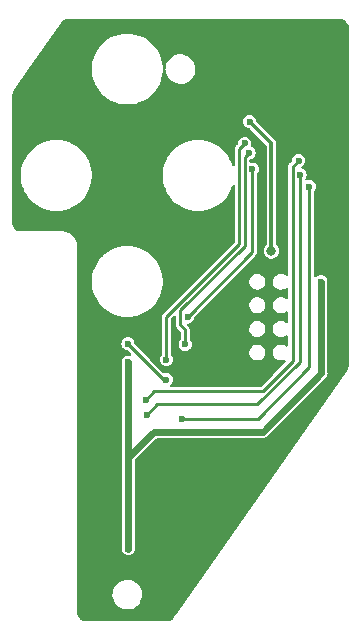
<source format=gbr>
%TF.GenerationSoftware,KiCad,Pcbnew,6.99.0-1.20221101gitf80c150.fc36*%
%TF.CreationDate,2022-11-27T20:33:08+00:00*%
%TF.ProjectId,bugg-led-r4,62756767-2d6c-4656-942d-72342e6b6963,rev?*%
%TF.SameCoordinates,Original*%
%TF.FileFunction,Copper,L1,Top*%
%TF.FilePolarity,Positive*%
%FSLAX46Y46*%
G04 Gerber Fmt 4.6, Leading zero omitted, Abs format (unit mm)*
G04 Created by KiCad (PCBNEW 6.99.0-1.20221101gitf80c150.fc36) date 2022-11-27 20:33:08*
%MOMM*%
%LPD*%
G01*
G04 APERTURE LIST*
%TA.AperFunction,ViaPad*%
%ADD10C,0.800000*%
%TD*%
%TA.AperFunction,ViaPad*%
%ADD11C,0.600000*%
%TD*%
%TA.AperFunction,Conductor*%
%ADD12C,0.300000*%
%TD*%
%TA.AperFunction,Conductor*%
%ADD13C,0.250000*%
%TD*%
%TA.AperFunction,Conductor*%
%ADD14C,0.600000*%
%TD*%
G04 APERTURE END LIST*
D10*
%TO.N,GND*%
X9525000Y3775000D03*
X16200000Y-5100000D03*
X16200000Y-4300000D03*
X13900000Y3525000D03*
X8925000Y-16175000D03*
D11*
%TO.N,+3V3*%
X10350000Y4550000D03*
D10*
X12200000Y-6400000D03*
D11*
%TO.N,Net-(LED201-GK)*%
X50000Y-14250000D03*
X3300000Y-17300000D03*
%TO.N,/LED1_B*%
X10600000Y550000D03*
X5125010Y-11974398D03*
%TO.N,/LED1_G*%
X4900000Y-14300000D03*
X10300000Y1900000D03*
%TO.N,/LED1_R*%
X9950000Y2700000D03*
X3300000Y-15600000D03*
%TO.N,/LED2_B*%
X15425010Y-950000D03*
X4650000Y-20600000D03*
%TO.N,/LED2_G*%
X14625010Y50000D03*
X1650000Y-20250000D03*
%TO.N,/LED2_R*%
X14500000Y1250000D03*
X1600000Y-19000000D03*
%TO.N,+5V*%
X100000Y-23850000D03*
X100000Y-15800000D03*
X100000Y-31600000D03*
X16400000Y-9000000D03*
%TD*%
D12*
%TO.N,+3V3*%
X12200000Y2700000D02*
X10350000Y4550000D01*
X12200000Y-6400000D02*
X12200000Y2700000D01*
D13*
%TO.N,Net-(LED201-GK)*%
X50000Y-14250000D02*
X3100000Y-17300000D01*
X3100000Y-17300000D02*
X3300000Y-17300000D01*
%TO.N,/LED1_B*%
X10600000Y-6499408D02*
X5125010Y-11974398D01*
X10600000Y550000D02*
X10600000Y-6499408D01*
%TO.N,/LED1_G*%
X4900000Y-14300000D02*
X4900000Y-13050000D01*
X4500000Y-11436411D02*
X9950011Y-5986400D01*
X4900000Y-13050000D02*
X4500000Y-12650000D01*
X4500000Y-12650000D02*
X4500000Y-11436411D01*
X9950011Y1550011D02*
X10300000Y1900000D01*
X9950011Y-5986400D02*
X9950011Y1550011D01*
%TO.N,/LED1_R*%
X9500000Y-5800000D02*
X3300000Y-12000000D01*
X9950000Y2700000D02*
X9500000Y2250000D01*
X3300000Y-12000000D02*
X3300000Y-15600000D01*
X9500000Y2250000D02*
X9500000Y-5800000D01*
%TO.N,/LED2_B*%
X11050000Y-20600000D02*
X15425010Y-16224990D01*
X15425010Y-16224990D02*
X15425010Y-950000D01*
X4650000Y-20600000D02*
X11050000Y-20600000D01*
%TO.N,/LED2_G*%
X2500000Y-19400000D02*
X10986410Y-19400000D01*
X10986410Y-19400000D02*
X14625010Y-15761400D01*
X14625010Y-15761400D02*
X14625010Y50000D01*
X1650000Y-20250000D02*
X2500000Y-19400000D01*
%TO.N,/LED2_R*%
X1600000Y-19000000D02*
X2300000Y-18300000D01*
X14000000Y-15750000D02*
X14000000Y750000D01*
X14000000Y750000D02*
X14500000Y1250000D01*
X11450000Y-18300000D02*
X14000000Y-15750000D01*
X2300000Y-18300000D02*
X11450000Y-18300000D01*
D14*
%TO.N,+5V*%
X16400000Y-16750000D02*
X16400000Y-9000000D01*
X2250000Y-21700000D02*
X11450000Y-21700000D01*
X100000Y-23850000D02*
X2250000Y-21700000D01*
X100000Y-31600000D02*
X100000Y-23850000D01*
X11450000Y-21700000D02*
X16400000Y-16750000D01*
X100000Y-23850000D02*
X100000Y-15800000D01*
%TD*%
%TA.AperFunction,Conductor*%
%TO.N,GND*%
G36*
X17955364Y13249499D02*
G01*
X17955568Y13249425D01*
X17956201Y13249426D01*
X17956202Y13249426D01*
X17961349Y13249435D01*
X17993545Y13249489D01*
X18005902Y13248901D01*
X18133661Y13236514D01*
X18157931Y13231720D01*
X18274841Y13196407D01*
X18297708Y13186962D01*
X18405453Y13129488D01*
X18426035Y13115756D01*
X18520475Y13038332D01*
X18537975Y13020844D01*
X18615465Y12926455D01*
X18629210Y12905886D01*
X18686760Y12798175D01*
X18696221Y12775313D01*
X18731612Y12658435D01*
X18736422Y12634165D01*
X18748897Y12506418D01*
X18749494Y12494050D01*
X18749456Y12456081D01*
X18749500Y12455961D01*
X18749500Y-16056015D01*
X18749129Y-16065682D01*
X18741583Y-16163747D01*
X18738650Y-16182744D01*
X18717019Y-16275334D01*
X18711231Y-16293666D01*
X18675764Y-16381894D01*
X18667255Y-16399130D01*
X18622876Y-16474023D01*
X18616311Y-16485101D01*
X18611099Y-16493176D01*
X18588515Y-16525401D01*
X18588502Y-16525451D01*
X18588498Y-16525457D01*
X7652257Y-32144077D01*
X4256447Y-36993813D01*
X3976774Y-37393228D01*
X3976476Y-37393583D01*
X3976289Y-37393714D01*
X3975902Y-37394267D01*
X3954426Y-37424936D01*
X3947026Y-37434492D01*
X3865523Y-37529920D01*
X3848153Y-37546695D01*
X3754702Y-37621030D01*
X3734448Y-37634183D01*
X3628525Y-37689322D01*
X3606133Y-37698369D01*
X3548889Y-37715326D01*
X3491643Y-37732283D01*
X3467936Y-37736892D01*
X3364068Y-37746893D01*
X3343013Y-37748920D01*
X3330937Y-37749500D01*
X-3493813Y-37749500D01*
X-3506163Y-37748893D01*
X-3512788Y-37748241D01*
X-3633869Y-37736315D01*
X-3658089Y-37731499D01*
X-3774952Y-37696049D01*
X-3797766Y-37686598D01*
X-3905461Y-37629034D01*
X-3925988Y-37615318D01*
X-4020391Y-37537844D01*
X-4037844Y-37520391D01*
X-4115318Y-37425988D01*
X-4129036Y-37405458D01*
X-4135017Y-37394267D01*
X-4186598Y-37297766D01*
X-4196050Y-37274949D01*
X-4231498Y-37158092D01*
X-4236316Y-37133866D01*
X-4248893Y-37006163D01*
X-4249500Y-36993813D01*
X-4249500Y-35556330D01*
X-1254290Y-35556330D01*
X-1224075Y-35779387D01*
X-1154517Y-35993464D01*
X-1047852Y-36191681D01*
X-1044330Y-36196097D01*
X-1044327Y-36196102D01*
X-978932Y-36278103D01*
X-907508Y-36367666D01*
X-903255Y-36371381D01*
X-903251Y-36371386D01*
X-742899Y-36511481D01*
X-737996Y-36515765D01*
X-544764Y-36631215D01*
X-334024Y-36710307D01*
X-328459Y-36711317D01*
X-328455Y-36711318D01*
X-118118Y-36749489D01*
X-112547Y-36750500D01*
X56155Y-36750500D01*
X224188Y-36735377D01*
X229642Y-36733872D01*
X229646Y-36733871D01*
X435710Y-36677000D01*
X435711Y-36677000D01*
X441170Y-36675493D01*
X643973Y-36577829D01*
X826078Y-36445522D01*
X981632Y-36282825D01*
X1038877Y-36196102D01*
X1102515Y-36099695D01*
X1102516Y-36099693D01*
X1105635Y-36094968D01*
X1194103Y-35887988D01*
X1244191Y-35668537D01*
X1254290Y-35443670D01*
X1224075Y-35220613D01*
X1154517Y-35006536D01*
X1047852Y-34808319D01*
X1044330Y-34803903D01*
X1044327Y-34803898D01*
X971906Y-34713086D01*
X907508Y-34632334D01*
X903255Y-34628619D01*
X903251Y-34628614D01*
X742255Y-34487956D01*
X737996Y-34484235D01*
X544764Y-34368785D01*
X334024Y-34289693D01*
X328459Y-34288683D01*
X328455Y-34288682D01*
X118118Y-34250511D01*
X112547Y-34249500D01*
X-56155Y-34249500D01*
X-224188Y-34264623D01*
X-229642Y-34266128D01*
X-229646Y-34266129D01*
X-435710Y-34323000D01*
X-441170Y-34324507D01*
X-643973Y-34422171D01*
X-826078Y-34554478D01*
X-981632Y-34717175D01*
X-984749Y-34721897D01*
X-1041795Y-34808319D01*
X-1105635Y-34905032D01*
X-1194103Y-35112012D01*
X-1244191Y-35331463D01*
X-1254290Y-35556330D01*
X-4249500Y-35556330D01*
X-4249500Y-14250000D01*
X-505250Y-14250000D01*
X-486330Y-14393709D01*
X-430861Y-14527625D01*
X-342621Y-14642621D01*
X-227625Y-14730861D01*
X-93709Y-14786330D01*
X35480Y-14803338D01*
X100406Y-14832060D01*
X108128Y-14839165D01*
X310061Y-15041098D01*
X344087Y-15103410D01*
X339022Y-15174225D01*
X296475Y-15231061D01*
X229955Y-15255872D01*
X212369Y-15255899D01*
X184881Y-15254019D01*
X158681Y-15252226D01*
X150837Y-15251442D01*
X108190Y-15245828D01*
X108189Y-15245828D01*
X100000Y-15244750D01*
X91813Y-15245828D01*
X83552Y-15245828D01*
X83552Y-15245750D01*
X72143Y-15246107D01*
X70678Y-15246207D01*
X62079Y-15245619D01*
X12476Y-15255927D01*
X3309Y-15257480D01*
X-4780Y-15258545D01*
X-43709Y-15263670D01*
X-51346Y-15266833D01*
X-51345Y-15266833D01*
X-51798Y-15267020D01*
X-74370Y-15273973D01*
X-77646Y-15274654D01*
X-77648Y-15274655D01*
X-86085Y-15276408D01*
X-93733Y-15280371D01*
X-93736Y-15280372D01*
X-127623Y-15297931D01*
X-137373Y-15302466D01*
X-147408Y-15306623D01*
X-177625Y-15319139D01*
X-184179Y-15324168D01*
X-187652Y-15326833D01*
X-206383Y-15338742D01*
X-220447Y-15346029D01*
X-226746Y-15351912D01*
X-226749Y-15351914D01*
X-251814Y-15375324D01*
X-261112Y-15383201D01*
X-286046Y-15402334D01*
X-292621Y-15407379D01*
X-297649Y-15413932D01*
X-302677Y-15420484D01*
X-316638Y-15435866D01*
X-331044Y-15449320D01*
X-335522Y-15456684D01*
X-351338Y-15482691D01*
X-359031Y-15493925D01*
X-380861Y-15522375D01*
X-388667Y-15541221D01*
X-397410Y-15558455D01*
X-409672Y-15578618D01*
X-411996Y-15586912D01*
X-411998Y-15586917D01*
X-419169Y-15612510D01*
X-424086Y-15626730D01*
X-430684Y-15642661D01*
X-436330Y-15656291D01*
X-437408Y-15664480D01*
X-439497Y-15680345D01*
X-443091Y-15697890D01*
X-450500Y-15724335D01*
X-450500Y-15755662D01*
X-451578Y-15772109D01*
X-455250Y-15800000D01*
X-454172Y-15808188D01*
X-451578Y-15827891D01*
X-450500Y-15844338D01*
X-450500Y-23805662D01*
X-451578Y-23822109D01*
X-455250Y-23850000D01*
X-454436Y-23856182D01*
X-454543Y-23858265D01*
X-454470Y-23860396D01*
X-455352Y-23868972D01*
X-453887Y-23877469D01*
X-453887Y-23877470D01*
X-452332Y-23886489D01*
X-450500Y-23907897D01*
X-450500Y-31555662D01*
X-451578Y-31572109D01*
X-455250Y-31600000D01*
X-454172Y-31608188D01*
X-454172Y-31608189D01*
X-450628Y-31635109D01*
X-450500Y-31636390D01*
X-450500Y-31637658D01*
X-450035Y-31641039D01*
X-450033Y-31641062D01*
X-445607Y-31673263D01*
X-445518Y-31673921D01*
X-444195Y-31683968D01*
X-437408Y-31735520D01*
X-436330Y-31743709D01*
X-435722Y-31745177D01*
X-435070Y-31749920D01*
X-431639Y-31757820D01*
X-431636Y-31757829D01*
X-407206Y-31814071D01*
X-406372Y-31816036D01*
X-380861Y-31877625D01*
X-377953Y-31881414D01*
X-374780Y-31888720D01*
X-369340Y-31895407D01*
X-369338Y-31895410D01*
X-333101Y-31939952D01*
X-330879Y-31942763D01*
X-297649Y-31986068D01*
X-292621Y-31992621D01*
X-287672Y-31996418D01*
X-286269Y-31997973D01*
X-284717Y-31999422D01*
X-279278Y-32006108D01*
X-272237Y-32011078D01*
X-228455Y-32041983D01*
X-224413Y-32044959D01*
X-177625Y-32080861D01*
X-169990Y-32084023D01*
X-168960Y-32084618D01*
X-164525Y-32087455D01*
X-162687Y-32088407D01*
X-155647Y-32093377D01*
X-147531Y-32096261D01*
X-147530Y-32096262D01*
X-100650Y-32112923D01*
X-94630Y-32115238D01*
X-43709Y-32136330D01*
X-35519Y-32137408D01*
X-27544Y-32139545D01*
X-27620Y-32139829D01*
X-21176Y-32141168D01*
X-13056Y-32144054D01*
X15369Y-32145999D01*
X41318Y-32147774D01*
X49163Y-32148558D01*
X91810Y-32154172D01*
X91811Y-32154172D01*
X100000Y-32155250D01*
X108187Y-32154172D01*
X116448Y-32154172D01*
X116448Y-32154250D01*
X127857Y-32153893D01*
X129322Y-32153793D01*
X137921Y-32154381D01*
X187524Y-32144073D01*
X196691Y-32142520D01*
X204780Y-32141455D01*
X243709Y-32136330D01*
X251444Y-32133126D01*
X251798Y-32132980D01*
X274370Y-32126027D01*
X277646Y-32125346D01*
X277648Y-32125345D01*
X286085Y-32123592D01*
X293733Y-32119629D01*
X293736Y-32119628D01*
X327623Y-32102069D01*
X337373Y-32097534D01*
X361705Y-32087455D01*
X377625Y-32080861D01*
X384182Y-32075830D01*
X387652Y-32073167D01*
X406383Y-32061258D01*
X420447Y-32053971D01*
X426746Y-32048088D01*
X426749Y-32048086D01*
X451814Y-32024676D01*
X461112Y-32016799D01*
X486067Y-31997650D01*
X492621Y-31992621D01*
X502677Y-31979516D01*
X516640Y-31964132D01*
X524746Y-31956562D01*
X531044Y-31950680D01*
X551338Y-31917309D01*
X559031Y-31906075D01*
X575832Y-31884179D01*
X580861Y-31877625D01*
X588667Y-31858779D01*
X597410Y-31841545D01*
X609672Y-31821382D01*
X611996Y-31813088D01*
X611998Y-31813083D01*
X619169Y-31787490D01*
X624086Y-31773270D01*
X633169Y-31751340D01*
X636330Y-31743709D01*
X639497Y-31719655D01*
X643091Y-31702110D01*
X648174Y-31683968D01*
X648174Y-31683966D01*
X650500Y-31675665D01*
X650500Y-31644338D01*
X651578Y-31627891D01*
X654172Y-31608188D01*
X655250Y-31600000D01*
X651578Y-31572109D01*
X650500Y-31555662D01*
X650500Y-24130215D01*
X670502Y-24062094D01*
X687405Y-24041120D01*
X2441119Y-22287405D01*
X2503431Y-22253380D01*
X2530214Y-22250500D01*
X11438439Y-22250500D01*
X11442740Y-22250573D01*
X11466135Y-22251372D01*
X11506826Y-22252762D01*
X11515190Y-22250724D01*
X11515198Y-22250723D01*
X11546645Y-22243059D01*
X11559301Y-22240653D01*
X11599920Y-22235070D01*
X11616221Y-22227989D01*
X11636584Y-22221141D01*
X11645478Y-22218974D01*
X11645480Y-22218973D01*
X11653852Y-22216933D01*
X11689585Y-22196842D01*
X11701127Y-22191109D01*
X11730814Y-22178214D01*
X11730813Y-22178214D01*
X11738720Y-22174780D01*
X11752509Y-22163562D01*
X11770265Y-22151478D01*
X11785759Y-22142766D01*
X11814734Y-22113791D01*
X11824312Y-22105146D01*
X11826218Y-22103595D01*
X11856108Y-22079278D01*
X11866358Y-22064757D01*
X11880201Y-22048324D01*
X16781069Y-17147455D01*
X16784162Y-17144465D01*
X16824745Y-17106563D01*
X16831044Y-17100680D01*
X16835520Y-17093319D01*
X16835526Y-17093312D01*
X16852342Y-17065659D01*
X16859601Y-17054993D01*
X16879151Y-17029213D01*
X16879152Y-17029211D01*
X16884361Y-17022342D01*
X16890880Y-17005809D01*
X16900442Y-16986559D01*
X16905194Y-16978745D01*
X16909672Y-16971382D01*
X16920731Y-16931912D01*
X16924844Y-16919683D01*
X16936715Y-16889580D01*
X16939876Y-16881564D01*
X16941693Y-16863890D01*
X16945704Y-16842781D01*
X16948175Y-16833963D01*
X16950500Y-16825665D01*
X16950500Y-16784680D01*
X16951161Y-16771794D01*
X16954470Y-16739606D01*
X16955352Y-16731028D01*
X16952332Y-16713511D01*
X16950500Y-16692103D01*
X16950500Y-9044338D01*
X16951578Y-9027891D01*
X16954172Y-9008188D01*
X16955250Y-9000000D01*
X16950628Y-8964891D01*
X16950500Y-8963610D01*
X16950500Y-8962342D01*
X16950035Y-8958961D01*
X16950033Y-8958938D01*
X16945607Y-8926737D01*
X16945511Y-8926026D01*
X16945455Y-8925596D01*
X16936330Y-8856291D01*
X16935722Y-8854823D01*
X16935070Y-8850080D01*
X16931639Y-8842180D01*
X16931636Y-8842171D01*
X16907206Y-8785929D01*
X16906365Y-8783948D01*
X16892377Y-8750178D01*
X16880861Y-8722375D01*
X16877953Y-8718586D01*
X16874780Y-8711280D01*
X16869340Y-8704593D01*
X16869338Y-8704590D01*
X16833101Y-8660048D01*
X16830879Y-8657237D01*
X16797649Y-8613931D01*
X16797647Y-8613929D01*
X16792621Y-8607379D01*
X16787672Y-8603582D01*
X16786269Y-8602027D01*
X16784717Y-8600578D01*
X16779278Y-8593892D01*
X16728455Y-8558017D01*
X16724413Y-8555041D01*
X16684181Y-8524170D01*
X16677625Y-8519139D01*
X16669990Y-8515977D01*
X16668960Y-8515382D01*
X16664525Y-8512545D01*
X16662687Y-8511593D01*
X16655647Y-8506623D01*
X16647531Y-8503739D01*
X16647530Y-8503738D01*
X16600650Y-8487077D01*
X16594628Y-8484761D01*
X16587298Y-8481725D01*
X16543709Y-8463670D01*
X16535519Y-8462592D01*
X16527544Y-8460455D01*
X16527620Y-8460171D01*
X16521176Y-8458832D01*
X16513056Y-8455946D01*
X16484631Y-8454001D01*
X16458682Y-8452226D01*
X16450837Y-8451442D01*
X16408190Y-8445828D01*
X16408189Y-8445828D01*
X16400000Y-8444750D01*
X16391813Y-8445828D01*
X16383552Y-8445828D01*
X16383552Y-8445750D01*
X16372143Y-8446107D01*
X16370678Y-8446207D01*
X16362079Y-8445619D01*
X16312476Y-8455927D01*
X16303309Y-8457480D01*
X16295220Y-8458545D01*
X16256291Y-8463670D01*
X16248654Y-8466833D01*
X16248655Y-8466833D01*
X16248202Y-8467020D01*
X16225630Y-8473973D01*
X16222354Y-8474654D01*
X16222352Y-8474655D01*
X16213915Y-8476408D01*
X16206267Y-8480371D01*
X16206264Y-8480372D01*
X16172377Y-8497931D01*
X16162627Y-8502466D01*
X16152592Y-8506623D01*
X16122375Y-8519139D01*
X16115821Y-8524168D01*
X16112348Y-8526833D01*
X16093617Y-8538742D01*
X16079553Y-8546029D01*
X16073254Y-8551912D01*
X16073251Y-8551914D01*
X16048186Y-8575324D01*
X16038888Y-8583201D01*
X16007380Y-8607378D01*
X16006185Y-8605821D01*
X15953293Y-8634703D01*
X15882478Y-8629638D01*
X15825642Y-8587091D01*
X15800831Y-8520571D01*
X15800510Y-8511582D01*
X15800510Y-1407704D01*
X15820512Y-1339583D01*
X15826548Y-1331000D01*
X15905871Y-1227625D01*
X15961340Y-1093709D01*
X15980260Y-950000D01*
X15961340Y-806291D01*
X15905871Y-672375D01*
X15817631Y-557379D01*
X15702635Y-469139D01*
X15568719Y-413670D01*
X15425010Y-394750D01*
X15281301Y-413670D01*
X15273669Y-416831D01*
X15273670Y-416831D01*
X15249305Y-426923D01*
X15178715Y-434512D01*
X15115228Y-402732D01*
X15079001Y-341674D01*
X15081535Y-270723D01*
X15097037Y-241513D01*
X15096715Y-241327D01*
X15100843Y-234178D01*
X15105871Y-227625D01*
X15161340Y-93709D01*
X15180260Y50000D01*
X15161340Y193709D01*
X15105871Y327625D01*
X15017631Y442621D01*
X14902635Y530861D01*
X14821408Y564506D01*
X14766127Y609054D01*
X14743706Y676417D01*
X14761264Y745209D01*
X14792922Y780877D01*
X14809540Y793628D01*
X14892621Y857379D01*
X14980861Y972375D01*
X15036330Y1106291D01*
X15055250Y1250000D01*
X15036330Y1393709D01*
X14980861Y1527625D01*
X14892621Y1642621D01*
X14777625Y1730861D01*
X14643709Y1786330D01*
X14500000Y1805250D01*
X14356291Y1786330D01*
X14222375Y1730861D01*
X14107379Y1642621D01*
X14019139Y1527625D01*
X13963670Y1393709D01*
X13957667Y1348109D01*
X13946662Y1264522D01*
X13917940Y1199594D01*
X13910835Y1191872D01*
X13771257Y1052295D01*
X13751079Y1035909D01*
X13750906Y1035796D01*
X13750904Y1035794D01*
X13742164Y1030084D01*
X13722756Y1005149D01*
X13719482Y1001118D01*
X13716170Y997208D01*
X13712480Y993518D01*
X13709452Y989277D01*
X13700420Y976627D01*
X13697307Y972453D01*
X13671605Y939431D01*
X13671603Y939427D01*
X13665191Y931189D01*
X13662609Y923669D01*
X13657990Y917199D01*
X13655012Y907196D01*
X13655010Y907192D01*
X13643073Y867093D01*
X13641492Y862156D01*
X13624500Y812660D01*
X13624500Y804706D01*
X13622232Y797088D01*
X13623388Y769139D01*
X13624392Y744856D01*
X13624500Y739650D01*
X13624500Y-8370195D01*
X13604498Y-8438316D01*
X13550842Y-8484809D01*
X13480568Y-8494913D01*
X13426924Y-8473891D01*
X13322502Y-8401814D01*
X13316226Y-8397482D01*
X13226749Y-8363548D01*
X13169973Y-8342015D01*
X13169971Y-8342014D01*
X13162845Y-8339312D01*
X13146132Y-8337283D01*
X13044641Y-8324959D01*
X13044633Y-8324959D01*
X13040857Y-8324500D01*
X12959143Y-8324500D01*
X12955367Y-8324959D01*
X12955359Y-8324959D01*
X12853868Y-8337283D01*
X12837155Y-8339312D01*
X12830029Y-8342014D01*
X12830027Y-8342015D01*
X12773251Y-8363548D01*
X12683774Y-8397482D01*
X12677498Y-8401814D01*
X12555045Y-8486337D01*
X12555043Y-8486339D01*
X12548771Y-8490668D01*
X12543715Y-8496375D01*
X12543714Y-8496376D01*
X12540144Y-8500406D01*
X12439992Y-8613454D01*
X12436447Y-8620209D01*
X12436446Y-8620210D01*
X12382826Y-8722375D01*
X12363758Y-8758705D01*
X12324500Y-8917979D01*
X12324500Y-9082021D01*
X12363758Y-9241295D01*
X12439992Y-9386546D01*
X12548771Y-9509332D01*
X12555043Y-9513661D01*
X12555045Y-9513663D01*
X12642046Y-9573715D01*
X12683774Y-9602518D01*
X12755724Y-9629805D01*
X12830027Y-9657985D01*
X12830029Y-9657986D01*
X12837155Y-9660688D01*
X12844724Y-9661607D01*
X12955359Y-9675041D01*
X12955367Y-9675041D01*
X12959143Y-9675500D01*
X13040857Y-9675500D01*
X13044633Y-9675041D01*
X13044641Y-9675041D01*
X13155276Y-9661607D01*
X13162845Y-9660688D01*
X13169971Y-9657986D01*
X13169973Y-9657985D01*
X13244276Y-9629805D01*
X13316226Y-9602518D01*
X13322502Y-9598186D01*
X13426924Y-9526109D01*
X13494349Y-9503873D01*
X13563092Y-9521620D01*
X13611327Y-9573715D01*
X13624500Y-9629805D01*
X13624500Y-10370195D01*
X13604498Y-10438316D01*
X13550842Y-10484809D01*
X13480568Y-10494913D01*
X13426924Y-10473891D01*
X13322502Y-10401814D01*
X13316226Y-10397482D01*
X13226749Y-10363548D01*
X13169973Y-10342015D01*
X13169971Y-10342014D01*
X13162845Y-10339312D01*
X13146132Y-10337283D01*
X13044641Y-10324959D01*
X13044633Y-10324959D01*
X13040857Y-10324500D01*
X12959143Y-10324500D01*
X12955367Y-10324959D01*
X12955359Y-10324959D01*
X12853868Y-10337283D01*
X12837155Y-10339312D01*
X12830029Y-10342014D01*
X12830027Y-10342015D01*
X12773251Y-10363548D01*
X12683774Y-10397482D01*
X12677498Y-10401814D01*
X12555045Y-10486337D01*
X12555043Y-10486339D01*
X12548771Y-10490668D01*
X12439992Y-10613454D01*
X12363758Y-10758705D01*
X12324500Y-10917979D01*
X12324500Y-11082021D01*
X12363758Y-11241295D01*
X12439992Y-11386546D01*
X12548771Y-11509332D01*
X12555043Y-11513661D01*
X12555045Y-11513663D01*
X12642046Y-11573715D01*
X12683774Y-11602518D01*
X12755724Y-11629805D01*
X12830027Y-11657985D01*
X12830029Y-11657986D01*
X12837155Y-11660688D01*
X12844724Y-11661607D01*
X12955359Y-11675041D01*
X12955367Y-11675041D01*
X12959143Y-11675500D01*
X13040857Y-11675500D01*
X13044633Y-11675041D01*
X13044641Y-11675041D01*
X13155276Y-11661607D01*
X13162845Y-11660688D01*
X13169971Y-11657986D01*
X13169973Y-11657985D01*
X13244276Y-11629805D01*
X13316226Y-11602518D01*
X13322502Y-11598186D01*
X13426924Y-11526109D01*
X13494349Y-11503873D01*
X13563092Y-11521620D01*
X13611327Y-11573715D01*
X13624500Y-11629805D01*
X13624500Y-12370195D01*
X13604498Y-12438316D01*
X13550842Y-12484809D01*
X13480568Y-12494913D01*
X13426924Y-12473891D01*
X13322502Y-12401814D01*
X13316226Y-12397482D01*
X13218631Y-12360469D01*
X13169973Y-12342015D01*
X13169971Y-12342014D01*
X13162845Y-12339312D01*
X13146132Y-12337283D01*
X13044641Y-12324959D01*
X13044633Y-12324959D01*
X13040857Y-12324500D01*
X12959143Y-12324500D01*
X12955367Y-12324959D01*
X12955359Y-12324959D01*
X12853868Y-12337283D01*
X12837155Y-12339312D01*
X12830029Y-12342014D01*
X12830027Y-12342015D01*
X12781369Y-12360469D01*
X12683774Y-12397482D01*
X12677498Y-12401814D01*
X12555045Y-12486337D01*
X12555043Y-12486339D01*
X12548771Y-12490668D01*
X12439992Y-12613454D01*
X12436447Y-12620209D01*
X12436446Y-12620210D01*
X12376069Y-12735249D01*
X12363758Y-12758705D01*
X12349969Y-12814649D01*
X12332544Y-12885345D01*
X12324500Y-12917979D01*
X12324500Y-13082021D01*
X12326322Y-13089411D01*
X12326322Y-13089415D01*
X12344666Y-13163837D01*
X12363758Y-13241295D01*
X12439992Y-13386546D01*
X12548771Y-13509332D01*
X12555043Y-13513661D01*
X12555045Y-13513663D01*
X12642046Y-13573715D01*
X12683774Y-13602518D01*
X12755724Y-13629805D01*
X12830027Y-13657985D01*
X12830029Y-13657986D01*
X12837155Y-13660688D01*
X12844724Y-13661607D01*
X12955359Y-13675041D01*
X12955367Y-13675041D01*
X12959143Y-13675500D01*
X13040857Y-13675500D01*
X13044633Y-13675041D01*
X13044641Y-13675041D01*
X13155276Y-13661607D01*
X13162845Y-13660688D01*
X13169971Y-13657986D01*
X13169973Y-13657985D01*
X13244276Y-13629805D01*
X13316226Y-13602518D01*
X13322502Y-13598186D01*
X13426924Y-13526109D01*
X13494349Y-13503873D01*
X13563092Y-13521620D01*
X13611327Y-13573715D01*
X13624500Y-13629805D01*
X13624500Y-14370195D01*
X13604498Y-14438316D01*
X13550842Y-14484809D01*
X13480568Y-14494913D01*
X13426924Y-14473891D01*
X13322502Y-14401814D01*
X13316226Y-14397482D01*
X13226749Y-14363548D01*
X13169973Y-14342015D01*
X13169971Y-14342014D01*
X13162845Y-14339312D01*
X13146132Y-14337283D01*
X13044641Y-14324959D01*
X13044633Y-14324959D01*
X13040857Y-14324500D01*
X12959143Y-14324500D01*
X12955367Y-14324959D01*
X12955359Y-14324959D01*
X12853868Y-14337283D01*
X12837155Y-14339312D01*
X12830029Y-14342014D01*
X12830027Y-14342015D01*
X12773251Y-14363548D01*
X12683774Y-14397482D01*
X12677498Y-14401814D01*
X12555045Y-14486337D01*
X12555043Y-14486339D01*
X12548771Y-14490668D01*
X12439992Y-14613454D01*
X12436447Y-14620209D01*
X12436446Y-14620210D01*
X12378372Y-14730861D01*
X12363758Y-14758705D01*
X12352980Y-14802433D01*
X12339962Y-14855250D01*
X12324500Y-14917979D01*
X12324500Y-15082021D01*
X12326322Y-15089411D01*
X12326322Y-15089415D01*
X12341941Y-15152780D01*
X12363758Y-15241295D01*
X12367301Y-15248046D01*
X12367302Y-15248048D01*
X12424262Y-15356575D01*
X12439992Y-15386546D01*
X12483688Y-15435868D01*
X12535122Y-15493925D01*
X12548771Y-15509332D01*
X12555043Y-15513661D01*
X12555045Y-15513663D01*
X12634234Y-15568323D01*
X12683774Y-15602518D01*
X12733617Y-15621421D01*
X12830027Y-15657985D01*
X12830029Y-15657986D01*
X12837155Y-15660688D01*
X12844724Y-15661607D01*
X12955359Y-15675041D01*
X12955367Y-15675041D01*
X12959143Y-15675500D01*
X13040857Y-15675500D01*
X13044633Y-15675041D01*
X13044641Y-15675041D01*
X13155276Y-15661607D01*
X13162845Y-15660688D01*
X13251043Y-15627239D01*
X13321828Y-15621785D01*
X13384327Y-15655467D01*
X13418693Y-15717592D01*
X13414018Y-15788434D01*
X13384817Y-15834146D01*
X12355072Y-16863890D01*
X11331367Y-17887595D01*
X11269055Y-17921621D01*
X11242272Y-17924500D01*
X3761614Y-17924500D01*
X3693493Y-17904498D01*
X3647000Y-17850842D01*
X3636896Y-17780568D01*
X3666390Y-17715988D01*
X3684905Y-17698542D01*
X3692621Y-17692621D01*
X3780861Y-17577625D01*
X3836330Y-17443709D01*
X3855250Y-17300000D01*
X3836330Y-17156291D01*
X3780861Y-17022375D01*
X3692621Y-16907379D01*
X3577625Y-16819139D01*
X3443709Y-16763670D01*
X3300000Y-16744750D01*
X3163477Y-16762724D01*
X3093328Y-16751785D01*
X3057935Y-16726897D01*
X1931038Y-15600000D01*
X2744750Y-15600000D01*
X2763670Y-15743709D01*
X2819139Y-15877625D01*
X2907379Y-15992621D01*
X3022375Y-16080861D01*
X3156291Y-16136330D01*
X3300000Y-16155250D01*
X3443709Y-16136330D01*
X3577625Y-16080861D01*
X3692621Y-15992621D01*
X3780861Y-15877625D01*
X3836330Y-15743709D01*
X3855250Y-15600000D01*
X3836330Y-15456291D01*
X3780861Y-15322375D01*
X3701538Y-15219000D01*
X3675937Y-15152780D01*
X3675500Y-15142296D01*
X3675500Y-15082021D01*
X10324500Y-15082021D01*
X10326322Y-15089411D01*
X10326322Y-15089415D01*
X10341941Y-15152780D01*
X10363758Y-15241295D01*
X10367301Y-15248046D01*
X10367302Y-15248048D01*
X10424262Y-15356575D01*
X10439992Y-15386546D01*
X10483688Y-15435868D01*
X10535122Y-15493925D01*
X10548771Y-15509332D01*
X10555043Y-15513661D01*
X10555045Y-15513663D01*
X10634234Y-15568323D01*
X10683774Y-15602518D01*
X10733617Y-15621421D01*
X10830027Y-15657985D01*
X10830029Y-15657986D01*
X10837155Y-15660688D01*
X10844724Y-15661607D01*
X10955359Y-15675041D01*
X10955367Y-15675041D01*
X10959143Y-15675500D01*
X11040857Y-15675500D01*
X11044633Y-15675041D01*
X11044641Y-15675041D01*
X11155276Y-15661607D01*
X11162845Y-15660688D01*
X11169971Y-15657986D01*
X11169973Y-15657985D01*
X11266383Y-15621421D01*
X11316226Y-15602518D01*
X11365766Y-15568323D01*
X11444955Y-15513663D01*
X11444957Y-15513661D01*
X11451229Y-15509332D01*
X11464879Y-15493925D01*
X11516312Y-15435868D01*
X11560008Y-15386546D01*
X11575738Y-15356575D01*
X11632698Y-15248048D01*
X11632699Y-15248046D01*
X11636242Y-15241295D01*
X11658059Y-15152780D01*
X11673678Y-15089415D01*
X11673678Y-15089411D01*
X11675500Y-15082021D01*
X11675500Y-14917979D01*
X11660039Y-14855250D01*
X11647020Y-14802433D01*
X11636242Y-14758705D01*
X11621629Y-14730861D01*
X11563554Y-14620210D01*
X11563553Y-14620209D01*
X11560008Y-14613454D01*
X11451229Y-14490668D01*
X11444957Y-14486339D01*
X11444955Y-14486337D01*
X11322502Y-14401814D01*
X11316226Y-14397482D01*
X11226749Y-14363548D01*
X11169973Y-14342015D01*
X11169971Y-14342014D01*
X11162845Y-14339312D01*
X11146132Y-14337283D01*
X11044641Y-14324959D01*
X11044633Y-14324959D01*
X11040857Y-14324500D01*
X10959143Y-14324500D01*
X10955367Y-14324959D01*
X10955359Y-14324959D01*
X10853868Y-14337283D01*
X10837155Y-14339312D01*
X10830029Y-14342014D01*
X10830027Y-14342015D01*
X10773251Y-14363548D01*
X10683774Y-14397482D01*
X10677498Y-14401814D01*
X10555045Y-14486337D01*
X10555043Y-14486339D01*
X10548771Y-14490668D01*
X10439992Y-14613454D01*
X10436447Y-14620209D01*
X10436446Y-14620210D01*
X10378372Y-14730861D01*
X10363758Y-14758705D01*
X10352980Y-14802433D01*
X10339962Y-14855250D01*
X10324500Y-14917979D01*
X10324500Y-15082021D01*
X3675500Y-15082021D01*
X3675500Y-12207727D01*
X3695502Y-12139606D01*
X3712405Y-12118632D01*
X3909405Y-11921632D01*
X3971717Y-11887606D01*
X4042532Y-11892671D01*
X4099368Y-11935218D01*
X4124179Y-12001738D01*
X4124500Y-12010727D01*
X4124500Y-12597990D01*
X4121818Y-12623846D01*
X4119633Y-12634268D01*
X4120924Y-12644626D01*
X4120924Y-12644627D01*
X4123537Y-12665585D01*
X4124075Y-12670769D01*
X4124500Y-12675898D01*
X4124500Y-12681114D01*
X4127915Y-12701580D01*
X4128664Y-12706725D01*
X4135134Y-12758626D01*
X4138627Y-12765771D01*
X4139935Y-12773610D01*
X4144907Y-12782797D01*
X4164814Y-12819582D01*
X4167198Y-12824213D01*
X4190174Y-12871211D01*
X4195797Y-12876834D01*
X4199581Y-12883826D01*
X4207263Y-12890897D01*
X4207263Y-12890898D01*
X4238070Y-12919258D01*
X4241827Y-12922864D01*
X4487595Y-13168632D01*
X4521621Y-13230944D01*
X4524500Y-13257727D01*
X4524500Y-13842296D01*
X4504498Y-13910417D01*
X4498464Y-13918998D01*
X4419139Y-14022375D01*
X4363670Y-14156291D01*
X4344750Y-14300000D01*
X4363670Y-14443709D01*
X4419139Y-14577625D01*
X4507379Y-14692621D01*
X4622375Y-14780861D01*
X4756291Y-14836330D01*
X4900000Y-14855250D01*
X5043709Y-14836330D01*
X5177625Y-14780861D01*
X5292621Y-14692621D01*
X5380861Y-14577625D01*
X5436330Y-14443709D01*
X5455250Y-14300000D01*
X5436330Y-14156291D01*
X5380861Y-14022375D01*
X5301538Y-13919000D01*
X5275937Y-13852780D01*
X5275500Y-13842296D01*
X5275500Y-13102009D01*
X5277573Y-13082021D01*
X10324500Y-13082021D01*
X10326322Y-13089411D01*
X10326322Y-13089415D01*
X10344666Y-13163837D01*
X10363758Y-13241295D01*
X10439992Y-13386546D01*
X10548771Y-13509332D01*
X10555043Y-13513661D01*
X10555045Y-13513663D01*
X10642046Y-13573715D01*
X10683774Y-13602518D01*
X10755724Y-13629805D01*
X10830027Y-13657985D01*
X10830029Y-13657986D01*
X10837155Y-13660688D01*
X10844724Y-13661607D01*
X10955359Y-13675041D01*
X10955367Y-13675041D01*
X10959143Y-13675500D01*
X11040857Y-13675500D01*
X11044633Y-13675041D01*
X11044641Y-13675041D01*
X11155276Y-13661607D01*
X11162845Y-13660688D01*
X11169971Y-13657986D01*
X11169973Y-13657985D01*
X11244276Y-13629805D01*
X11316226Y-13602518D01*
X11357954Y-13573715D01*
X11444955Y-13513663D01*
X11444957Y-13513661D01*
X11451229Y-13509332D01*
X11560008Y-13386546D01*
X11636242Y-13241295D01*
X11655334Y-13163837D01*
X11673678Y-13089415D01*
X11673678Y-13089411D01*
X11675500Y-13082021D01*
X11675500Y-12917979D01*
X11667457Y-12885345D01*
X11650031Y-12814649D01*
X11636242Y-12758705D01*
X11623932Y-12735249D01*
X11563554Y-12620210D01*
X11563553Y-12620209D01*
X11560008Y-12613454D01*
X11451229Y-12490668D01*
X11444957Y-12486339D01*
X11444955Y-12486337D01*
X11322502Y-12401814D01*
X11316226Y-12397482D01*
X11218631Y-12360469D01*
X11169973Y-12342015D01*
X11169971Y-12342014D01*
X11162845Y-12339312D01*
X11146132Y-12337283D01*
X11044641Y-12324959D01*
X11044633Y-12324959D01*
X11040857Y-12324500D01*
X10959143Y-12324500D01*
X10955367Y-12324959D01*
X10955359Y-12324959D01*
X10853868Y-12337283D01*
X10837155Y-12339312D01*
X10830029Y-12342014D01*
X10830027Y-12342015D01*
X10781369Y-12360469D01*
X10683774Y-12397482D01*
X10677498Y-12401814D01*
X10555045Y-12486337D01*
X10555043Y-12486339D01*
X10548771Y-12490668D01*
X10439992Y-12613454D01*
X10436447Y-12620209D01*
X10436446Y-12620210D01*
X10376069Y-12735249D01*
X10363758Y-12758705D01*
X10349969Y-12814649D01*
X10332544Y-12885345D01*
X10324500Y-12917979D01*
X10324500Y-13082021D01*
X5277573Y-13082021D01*
X5278182Y-13076152D01*
X5278224Y-13075950D01*
X5280367Y-13065731D01*
X5276460Y-13034389D01*
X5275925Y-13029231D01*
X5275500Y-13024100D01*
X5275500Y-13018886D01*
X5274643Y-13013747D01*
X5274642Y-13013740D01*
X5272084Y-12998408D01*
X5271334Y-12993262D01*
X5266156Y-12951732D01*
X5264865Y-12941374D01*
X5261374Y-12934232D01*
X5260065Y-12926390D01*
X5235173Y-12880395D01*
X5232800Y-12875784D01*
X5230622Y-12871328D01*
X5209826Y-12828788D01*
X5204202Y-12823164D01*
X5200419Y-12816174D01*
X5161942Y-12780753D01*
X5158185Y-12777147D01*
X5116287Y-12735249D01*
X5082261Y-12672937D01*
X5087326Y-12602122D01*
X5129873Y-12545286D01*
X5188935Y-12521232D01*
X5207281Y-12518817D01*
X5268719Y-12510728D01*
X5402635Y-12455259D01*
X5517631Y-12367019D01*
X5605871Y-12252023D01*
X5661340Y-12118107D01*
X5678348Y-11988918D01*
X5707070Y-11923992D01*
X5714175Y-11916270D01*
X6548424Y-11082021D01*
X10324500Y-11082021D01*
X10363758Y-11241295D01*
X10439992Y-11386546D01*
X10548771Y-11509332D01*
X10555043Y-11513661D01*
X10555045Y-11513663D01*
X10642046Y-11573715D01*
X10683774Y-11602518D01*
X10755724Y-11629805D01*
X10830027Y-11657985D01*
X10830029Y-11657986D01*
X10837155Y-11660688D01*
X10844724Y-11661607D01*
X10955359Y-11675041D01*
X10955367Y-11675041D01*
X10959143Y-11675500D01*
X11040857Y-11675500D01*
X11044633Y-11675041D01*
X11044641Y-11675041D01*
X11155276Y-11661607D01*
X11162845Y-11660688D01*
X11169971Y-11657986D01*
X11169973Y-11657985D01*
X11244276Y-11629805D01*
X11316226Y-11602518D01*
X11357954Y-11573715D01*
X11444955Y-11513663D01*
X11444957Y-11513661D01*
X11451229Y-11509332D01*
X11560008Y-11386546D01*
X11636242Y-11241295D01*
X11675500Y-11082021D01*
X11675500Y-10917979D01*
X11636242Y-10758705D01*
X11560008Y-10613454D01*
X11451229Y-10490668D01*
X11444957Y-10486339D01*
X11444955Y-10486337D01*
X11322502Y-10401814D01*
X11316226Y-10397482D01*
X11226749Y-10363548D01*
X11169973Y-10342015D01*
X11169971Y-10342014D01*
X11162845Y-10339312D01*
X11146132Y-10337283D01*
X11044641Y-10324959D01*
X11044633Y-10324959D01*
X11040857Y-10324500D01*
X10959143Y-10324500D01*
X10955367Y-10324959D01*
X10955359Y-10324959D01*
X10853868Y-10337283D01*
X10837155Y-10339312D01*
X10830029Y-10342014D01*
X10830027Y-10342015D01*
X10773251Y-10363548D01*
X10683774Y-10397482D01*
X10677498Y-10401814D01*
X10555045Y-10486337D01*
X10555043Y-10486339D01*
X10548771Y-10490668D01*
X10439992Y-10613454D01*
X10363758Y-10758705D01*
X10324500Y-10917979D01*
X10324500Y-11082021D01*
X6548424Y-11082021D01*
X8548424Y-9082021D01*
X10324500Y-9082021D01*
X10363758Y-9241295D01*
X10439992Y-9386546D01*
X10548771Y-9509332D01*
X10555043Y-9513661D01*
X10555045Y-9513663D01*
X10642046Y-9573715D01*
X10683774Y-9602518D01*
X10755724Y-9629805D01*
X10830027Y-9657985D01*
X10830029Y-9657986D01*
X10837155Y-9660688D01*
X10844724Y-9661607D01*
X10955359Y-9675041D01*
X10955367Y-9675041D01*
X10959143Y-9675500D01*
X11040857Y-9675500D01*
X11044633Y-9675041D01*
X11044641Y-9675041D01*
X11155276Y-9661607D01*
X11162845Y-9660688D01*
X11169971Y-9657986D01*
X11169973Y-9657985D01*
X11244276Y-9629805D01*
X11316226Y-9602518D01*
X11357954Y-9573715D01*
X11444955Y-9513663D01*
X11444957Y-9513661D01*
X11451229Y-9509332D01*
X11560008Y-9386546D01*
X11636242Y-9241295D01*
X11675500Y-9082021D01*
X11675500Y-8917979D01*
X11636242Y-8758705D01*
X11617175Y-8722375D01*
X11563554Y-8620210D01*
X11563553Y-8620209D01*
X11560008Y-8613454D01*
X11459856Y-8500406D01*
X11456286Y-8496376D01*
X11456285Y-8496375D01*
X11451229Y-8490668D01*
X11444957Y-8486339D01*
X11444955Y-8486337D01*
X11322502Y-8401814D01*
X11316226Y-8397482D01*
X11226749Y-8363548D01*
X11169973Y-8342015D01*
X11169971Y-8342014D01*
X11162845Y-8339312D01*
X11146132Y-8337283D01*
X11044641Y-8324959D01*
X11044633Y-8324959D01*
X11040857Y-8324500D01*
X10959143Y-8324500D01*
X10955367Y-8324959D01*
X10955359Y-8324959D01*
X10853868Y-8337283D01*
X10837155Y-8339312D01*
X10830029Y-8342014D01*
X10830027Y-8342015D01*
X10773251Y-8363548D01*
X10683774Y-8397482D01*
X10677498Y-8401814D01*
X10555045Y-8486337D01*
X10555043Y-8486339D01*
X10548771Y-8490668D01*
X10543715Y-8496375D01*
X10543714Y-8496376D01*
X10540144Y-8500406D01*
X10439992Y-8613454D01*
X10436447Y-8620209D01*
X10436446Y-8620210D01*
X10382826Y-8722375D01*
X10363758Y-8758705D01*
X10324500Y-8917979D01*
X10324500Y-9082021D01*
X8548424Y-9082021D01*
X10828738Y-6801707D01*
X10848918Y-6785319D01*
X10849094Y-6785204D01*
X10849096Y-6785202D01*
X10857836Y-6779492D01*
X10864248Y-6771253D01*
X10864251Y-6771251D01*
X10877242Y-6754560D01*
X10880531Y-6750509D01*
X10883827Y-6746618D01*
X10887519Y-6742926D01*
X10890548Y-6738684D01*
X10890553Y-6738678D01*
X10899585Y-6726028D01*
X10902697Y-6721855D01*
X10916187Y-6704523D01*
X10934809Y-6680597D01*
X10937391Y-6673077D01*
X10942010Y-6666607D01*
X10944988Y-6656604D01*
X10944990Y-6656600D01*
X10956927Y-6616501D01*
X10958508Y-6611564D01*
X10975500Y-6562068D01*
X10975500Y-6554114D01*
X10977768Y-6546496D01*
X10975608Y-6494263D01*
X10975500Y-6489058D01*
X10975500Y92296D01*
X10995502Y160417D01*
X11001538Y169000D01*
X11020498Y193709D01*
X11080861Y272375D01*
X11136330Y406291D01*
X11155250Y550000D01*
X11136330Y693709D01*
X11080861Y827625D01*
X10992621Y942621D01*
X10877625Y1030861D01*
X10743709Y1086330D01*
X10600000Y1105250D01*
X10467958Y1087866D01*
X10397809Y1098805D01*
X10344710Y1145933D01*
X10325511Y1212788D01*
X10325511Y1237610D01*
X10345513Y1305731D01*
X10399169Y1352224D01*
X10427566Y1360378D01*
X10427545Y1360455D01*
X10431835Y1361604D01*
X10435065Y1362532D01*
X10435521Y1362592D01*
X10443709Y1363670D01*
X10451336Y1366829D01*
X10451339Y1366830D01*
X10569996Y1415979D01*
X10577625Y1419139D01*
X10692621Y1507379D01*
X10780861Y1622375D01*
X10836330Y1756291D01*
X10855250Y1900000D01*
X10836330Y2043709D01*
X10780861Y2177625D01*
X10692621Y2292621D01*
X10577625Y2380861D01*
X10566165Y2385608D01*
X10554083Y2390613D01*
X10498803Y2435162D01*
X10476383Y2502526D01*
X10483163Y2540115D01*
X10481033Y2540686D01*
X10483170Y2548662D01*
X10486330Y2556291D01*
X10505250Y2700000D01*
X10486330Y2843709D01*
X10430861Y2977625D01*
X10342621Y3092621D01*
X10227625Y3180861D01*
X10093709Y3236330D01*
X9950000Y3255250D01*
X9806291Y3236330D01*
X9672375Y3180861D01*
X9557379Y3092621D01*
X9469139Y2977625D01*
X9413670Y2843709D01*
X9403101Y2763433D01*
X9396662Y2714522D01*
X9367940Y2649594D01*
X9360835Y2641872D01*
X9271257Y2552295D01*
X9251079Y2535909D01*
X9250906Y2535796D01*
X9250904Y2535794D01*
X9242164Y2530084D01*
X9222756Y2505149D01*
X9219482Y2501118D01*
X9216170Y2497208D01*
X9212480Y2493518D01*
X9209452Y2489277D01*
X9200420Y2476627D01*
X9197307Y2472453D01*
X9171605Y2439431D01*
X9171603Y2439427D01*
X9165191Y2431189D01*
X9162609Y2423669D01*
X9157990Y2417199D01*
X9155012Y2407196D01*
X9155010Y2407192D01*
X9143073Y2367093D01*
X9141492Y2362156D01*
X9124500Y2312660D01*
X9124500Y2304706D01*
X9122232Y2297088D01*
X9122664Y2286652D01*
X9124392Y2244856D01*
X9124500Y2239650D01*
X9124500Y902500D01*
X9104498Y834379D01*
X9050842Y787886D01*
X8980568Y777782D01*
X8915988Y807276D01*
X8880360Y862390D01*
X8879319Y862011D01*
X8761031Y1187006D01*
X8761030Y1187008D01*
X8759777Y1190451D01*
X8729871Y1250000D01*
X8646513Y1415979D01*
X8602913Y1502793D01*
X8410849Y1794811D01*
X8186183Y2062558D01*
X7931953Y2302412D01*
X7920062Y2311265D01*
X7654531Y2508945D01*
X7651596Y2511130D01*
X7608873Y2535796D01*
X7352081Y2684055D01*
X7352078Y2684057D01*
X7348904Y2685889D01*
X7027971Y2824326D01*
X7024464Y2825376D01*
X7024461Y2825377D01*
X6696651Y2923517D01*
X6696646Y2923518D01*
X6693136Y2924569D01*
X6348927Y2985262D01*
X6345274Y2985475D01*
X6345272Y2985475D01*
X6260912Y2990388D01*
X6087305Y3000500D01*
X5912695Y3000500D01*
X5739088Y2990388D01*
X5654728Y2985475D01*
X5654726Y2985475D01*
X5651073Y2985262D01*
X5306864Y2924569D01*
X5303354Y2923518D01*
X5303349Y2923517D01*
X4975539Y2825377D01*
X4975536Y2825376D01*
X4972029Y2824326D01*
X4651096Y2685889D01*
X4647922Y2684057D01*
X4647919Y2684055D01*
X4391127Y2535796D01*
X4348404Y2511130D01*
X4345469Y2508945D01*
X4079939Y2311265D01*
X4068047Y2302412D01*
X3813817Y2062558D01*
X3589151Y1794811D01*
X3397087Y1502793D01*
X3353487Y1415979D01*
X3270130Y1250000D01*
X3240223Y1190451D01*
X3238970Y1187008D01*
X3238969Y1187006D01*
X3122531Y867093D01*
X3120681Y862011D01*
X3040077Y521914D01*
X2999500Y174759D01*
X2999500Y-174759D01*
X3040077Y-521914D01*
X3120681Y-862011D01*
X3240223Y-1190451D01*
X3241863Y-1193717D01*
X3241865Y-1193721D01*
X3295781Y-1301076D01*
X3397087Y-1502793D01*
X3589151Y-1794811D01*
X3813817Y-2062558D01*
X4068047Y-2302412D01*
X4348404Y-2511130D01*
X4651096Y-2685889D01*
X4972029Y-2824326D01*
X4975536Y-2825376D01*
X4975539Y-2825377D01*
X5303349Y-2923517D01*
X5303354Y-2923518D01*
X5306864Y-2924569D01*
X5651073Y-2985262D01*
X5654726Y-2985475D01*
X5654728Y-2985475D01*
X5739088Y-2990388D01*
X5912695Y-3000500D01*
X6087305Y-3000500D01*
X6260912Y-2990388D01*
X6345272Y-2985475D01*
X6345274Y-2985475D01*
X6348927Y-2985262D01*
X6693136Y-2924569D01*
X6696646Y-2923518D01*
X6696651Y-2923517D01*
X7024461Y-2825377D01*
X7024464Y-2825376D01*
X7027971Y-2824326D01*
X7348904Y-2685889D01*
X7651596Y-2511130D01*
X7931953Y-2302412D01*
X8186183Y-2062558D01*
X8410849Y-1794811D01*
X8602913Y-1502793D01*
X8704219Y-1301076D01*
X8758135Y-1193721D01*
X8758137Y-1193717D01*
X8759777Y-1190451D01*
X8879319Y-862011D01*
X8880372Y-862394D01*
X8916496Y-806837D01*
X8981233Y-777689D01*
X9051452Y-788167D01*
X9104859Y-834945D01*
X9124500Y-902500D01*
X9124500Y-5592273D01*
X9104498Y-5660394D01*
X9087595Y-5681368D01*
X6064372Y-8704590D01*
X3071259Y-11697703D01*
X3051082Y-11714090D01*
X3042164Y-11719916D01*
X3022756Y-11744851D01*
X3019482Y-11748882D01*
X3016170Y-11752792D01*
X3012480Y-11756482D01*
X3009452Y-11760723D01*
X3000420Y-11773373D01*
X2997307Y-11777547D01*
X2971605Y-11810569D01*
X2971603Y-11810573D01*
X2965191Y-11818811D01*
X2962609Y-11826331D01*
X2957990Y-11832801D01*
X2955012Y-11842804D01*
X2955010Y-11842808D01*
X2943073Y-11882907D01*
X2941492Y-11887844D01*
X2924500Y-11937340D01*
X2924500Y-11945294D01*
X2922232Y-11952912D01*
X2923570Y-11985262D01*
X2924392Y-12005144D01*
X2924500Y-12010350D01*
X2924500Y-15142296D01*
X2904498Y-15210417D01*
X2898464Y-15218998D01*
X2819139Y-15322375D01*
X2763670Y-15456291D01*
X2744750Y-15600000D01*
X1931038Y-15600000D01*
X639165Y-14308127D01*
X605139Y-14245815D01*
X603338Y-14235478D01*
X587408Y-14114481D01*
X587408Y-14114480D01*
X586330Y-14106291D01*
X530861Y-13972375D01*
X442621Y-13857379D01*
X327625Y-13769139D01*
X193709Y-13713670D01*
X50000Y-13694750D01*
X-93709Y-13713670D01*
X-227625Y-13769139D01*
X-342621Y-13857379D01*
X-430861Y-13972375D01*
X-486330Y-14106291D01*
X-505250Y-14250000D01*
X-4249500Y-14250000D01*
X-4249500Y-9174759D01*
X-3000500Y-9174759D01*
X-2959923Y-9521914D01*
X-2879319Y-9862011D01*
X-2759777Y-10190451D01*
X-2602913Y-10502793D01*
X-2410849Y-10794811D01*
X-2186183Y-11062558D01*
X-2183527Y-11065064D01*
X-2183524Y-11065067D01*
X-2088880Y-11154359D01*
X-1931953Y-11302412D01*
X-1929019Y-11304596D01*
X-1929017Y-11304598D01*
X-1661678Y-11503624D01*
X-1651596Y-11511130D01*
X-1648424Y-11512961D01*
X-1648423Y-11512962D01*
X-1366898Y-11675500D01*
X-1348904Y-11685889D01*
X-1027971Y-11824326D01*
X-1024464Y-11825376D01*
X-1024461Y-11825377D01*
X-696651Y-11923517D01*
X-696646Y-11923518D01*
X-693136Y-11924569D01*
X-348927Y-11985262D01*
X-345274Y-11985475D01*
X-345272Y-11985475D01*
X-286140Y-11988919D01*
X-87305Y-12000500D01*
X87305Y-12000500D01*
X286140Y-11988919D01*
X345272Y-11985475D01*
X345274Y-11985475D01*
X348927Y-11985262D01*
X693136Y-11924569D01*
X696646Y-11923518D01*
X696651Y-11923517D01*
X1024461Y-11825377D01*
X1024464Y-11825376D01*
X1027971Y-11824326D01*
X1348904Y-11685889D01*
X1366899Y-11675500D01*
X1648423Y-11512962D01*
X1648424Y-11512961D01*
X1651596Y-11511130D01*
X1661678Y-11503624D01*
X1929017Y-11304598D01*
X1929019Y-11304596D01*
X1931953Y-11302412D01*
X2088880Y-11154359D01*
X2183524Y-11065067D01*
X2183527Y-11065064D01*
X2186183Y-11062558D01*
X2410849Y-10794811D01*
X2602913Y-10502793D01*
X2759777Y-10190451D01*
X2879319Y-9862011D01*
X2959923Y-9521914D01*
X3000500Y-9174759D01*
X3000500Y-8825241D01*
X2959923Y-8478086D01*
X2879319Y-8137989D01*
X2759777Y-7809549D01*
X2602913Y-7497207D01*
X2410849Y-7205189D01*
X2186183Y-6937442D01*
X2182779Y-6934230D01*
X2070453Y-6828256D01*
X1931953Y-6697588D01*
X1901923Y-6675231D01*
X1654531Y-6491055D01*
X1651596Y-6488870D01*
X1648423Y-6487038D01*
X1352081Y-6315945D01*
X1352078Y-6315943D01*
X1348904Y-6314111D01*
X1027971Y-6175674D01*
X1024464Y-6174624D01*
X1024461Y-6174623D01*
X696651Y-6076483D01*
X696646Y-6076482D01*
X693136Y-6075431D01*
X348927Y-6014738D01*
X345274Y-6014525D01*
X345272Y-6014525D01*
X260912Y-6009612D01*
X87305Y-5999500D01*
X-87305Y-5999500D01*
X-260912Y-6009612D01*
X-345272Y-6014525D01*
X-345274Y-6014525D01*
X-348927Y-6014738D01*
X-693136Y-6075431D01*
X-696646Y-6076482D01*
X-696651Y-6076483D01*
X-1024461Y-6174623D01*
X-1024464Y-6174624D01*
X-1027971Y-6175674D01*
X-1348904Y-6314111D01*
X-1352078Y-6315943D01*
X-1352081Y-6315945D01*
X-1648423Y-6487038D01*
X-1651596Y-6488870D01*
X-1654531Y-6491055D01*
X-1901922Y-6675231D01*
X-1931953Y-6697588D01*
X-2070453Y-6828256D01*
X-2182778Y-6934230D01*
X-2186183Y-6937442D01*
X-2410849Y-7205189D01*
X-2602913Y-7497207D01*
X-2759777Y-7809549D01*
X-2879319Y-8137989D01*
X-2959923Y-8478086D01*
X-3000500Y-8825241D01*
X-3000500Y-9174759D01*
X-4249500Y-9174759D01*
X-4249500Y-5901584D01*
X-4280291Y-5707174D01*
X-4341116Y-5519974D01*
X-4343362Y-5515567D01*
X-4343364Y-5515561D01*
X-4428226Y-5349011D01*
X-4430476Y-5344595D01*
X-4546172Y-5185354D01*
X-4685354Y-5046172D01*
X-4844595Y-4930476D01*
X-4866525Y-4919302D01*
X-5015561Y-4843364D01*
X-5015567Y-4843362D01*
X-5019974Y-4841116D01*
X-5207174Y-4780291D01*
X-5401584Y-4749500D01*
X-8993334Y-4749500D01*
X-9005764Y-4748885D01*
X-9133469Y-4736225D01*
X-9157664Y-4731399D01*
X-9274558Y-4695886D01*
X-9297350Y-4686437D01*
X-9405079Y-4628827D01*
X-9425592Y-4615118D01*
X-9520035Y-4537614D01*
X-9537484Y-4520170D01*
X-9615009Y-4425751D01*
X-9628724Y-4405240D01*
X-9632364Y-4398437D01*
X-9686363Y-4297521D01*
X-9695816Y-4274736D01*
X-9731359Y-4157847D01*
X-9736191Y-4133653D01*
X-9748882Y-4005968D01*
X-9749500Y-3993506D01*
X-9749500Y-174759D01*
X-9000500Y-174759D01*
X-8959923Y-521914D01*
X-8879319Y-862011D01*
X-8759777Y-1190451D01*
X-8758137Y-1193717D01*
X-8758135Y-1193721D01*
X-8704219Y-1301076D01*
X-8602913Y-1502793D01*
X-8410849Y-1794811D01*
X-8186183Y-2062558D01*
X-7931953Y-2302412D01*
X-7651596Y-2511130D01*
X-7348904Y-2685889D01*
X-7027971Y-2824326D01*
X-7024464Y-2825376D01*
X-7024461Y-2825377D01*
X-6696651Y-2923517D01*
X-6696646Y-2923518D01*
X-6693136Y-2924569D01*
X-6348927Y-2985262D01*
X-6345274Y-2985475D01*
X-6345272Y-2985475D01*
X-6260912Y-2990388D01*
X-6087305Y-3000500D01*
X-5912695Y-3000500D01*
X-5739088Y-2990388D01*
X-5654728Y-2985475D01*
X-5654726Y-2985475D01*
X-5651073Y-2985262D01*
X-5306864Y-2924569D01*
X-5303354Y-2923518D01*
X-5303349Y-2923517D01*
X-4975539Y-2825377D01*
X-4975536Y-2825376D01*
X-4972029Y-2824326D01*
X-4651096Y-2685889D01*
X-4348404Y-2511130D01*
X-4068047Y-2302412D01*
X-3813817Y-2062558D01*
X-3589151Y-1794811D01*
X-3397087Y-1502793D01*
X-3295781Y-1301076D01*
X-3241865Y-1193721D01*
X-3241863Y-1193717D01*
X-3240223Y-1190451D01*
X-3120681Y-862011D01*
X-3040077Y-521914D01*
X-2999500Y-174759D01*
X-2999500Y174759D01*
X-3040077Y521914D01*
X-3120681Y862011D01*
X-3122530Y867093D01*
X-3238969Y1187006D01*
X-3238970Y1187008D01*
X-3240223Y1190451D01*
X-3270129Y1250000D01*
X-3353487Y1415979D01*
X-3397087Y1502793D01*
X-3589151Y1794811D01*
X-3813817Y2062558D01*
X-4068047Y2302412D01*
X-4079938Y2311265D01*
X-4345469Y2508945D01*
X-4348404Y2511130D01*
X-4391127Y2535796D01*
X-4647919Y2684055D01*
X-4647922Y2684057D01*
X-4651096Y2685889D01*
X-4972029Y2824326D01*
X-4975536Y2825376D01*
X-4975539Y2825377D01*
X-5303349Y2923517D01*
X-5303354Y2923518D01*
X-5306864Y2924569D01*
X-5651073Y2985262D01*
X-5654726Y2985475D01*
X-5654728Y2985475D01*
X-5739088Y2990388D01*
X-5912695Y3000500D01*
X-6087305Y3000500D01*
X-6260912Y2990388D01*
X-6345272Y2985475D01*
X-6345274Y2985475D01*
X-6348927Y2985262D01*
X-6693136Y2924569D01*
X-6696646Y2923518D01*
X-6696651Y2923517D01*
X-7024461Y2825377D01*
X-7024464Y2825376D01*
X-7027971Y2824326D01*
X-7348904Y2685889D01*
X-7352078Y2684057D01*
X-7352081Y2684055D01*
X-7608873Y2535796D01*
X-7651596Y2511130D01*
X-7654531Y2508945D01*
X-7920061Y2311265D01*
X-7931953Y2302412D01*
X-8186183Y2062558D01*
X-8410849Y1794811D01*
X-8602913Y1502793D01*
X-8646513Y1415979D01*
X-8729870Y1250000D01*
X-8759777Y1190451D01*
X-8761030Y1187008D01*
X-8761031Y1187006D01*
X-8877469Y867093D01*
X-8879319Y862011D01*
X-8959923Y521914D01*
X-9000500Y174759D01*
X-9000500Y-174759D01*
X-9749500Y-174759D01*
X-9749500Y4550000D01*
X9794750Y4550000D01*
X9813670Y4406291D01*
X9869139Y4272375D01*
X9957379Y4157379D01*
X10072375Y4069139D01*
X10206291Y4013670D01*
X10294765Y4002022D01*
X10359691Y3973299D01*
X10367412Y3966195D01*
X11762595Y2571012D01*
X11796621Y2508700D01*
X11799500Y2481917D01*
X11799500Y-5829044D01*
X11779498Y-5897165D01*
X11757053Y-5923357D01*
X11709517Y-5965470D01*
X11705188Y-5971742D01*
X11705186Y-5971744D01*
X11675657Y-6014525D01*
X11619780Y-6095477D01*
X11563763Y-6243182D01*
X11544722Y-6400000D01*
X11563763Y-6556818D01*
X11566465Y-6563944D01*
X11566466Y-6563946D01*
X11584516Y-6611539D01*
X11619780Y-6704523D01*
X11624112Y-6710799D01*
X11646288Y-6742926D01*
X11709517Y-6834530D01*
X11715218Y-6839581D01*
X11715222Y-6839585D01*
X11776735Y-6894080D01*
X11827760Y-6939283D01*
X11967635Y-7012696D01*
X12121015Y-7050500D01*
X12278985Y-7050500D01*
X12432365Y-7012696D01*
X12572240Y-6939283D01*
X12623265Y-6894080D01*
X12684778Y-6839585D01*
X12684782Y-6839581D01*
X12690483Y-6834530D01*
X12753713Y-6742926D01*
X12775888Y-6710799D01*
X12780220Y-6704523D01*
X12815484Y-6611539D01*
X12833534Y-6563946D01*
X12833535Y-6563944D01*
X12836237Y-6556818D01*
X12855278Y-6400000D01*
X12836237Y-6243182D01*
X12780220Y-6095477D01*
X12724343Y-6014525D01*
X12694814Y-5971744D01*
X12694812Y-5971742D01*
X12690483Y-5965470D01*
X12642947Y-5923357D01*
X12605221Y-5863213D01*
X12600500Y-5829044D01*
X12600500Y2763433D01*
X12597436Y2772864D01*
X12597435Y2772868D01*
X12593703Y2784353D01*
X12589087Y2803578D01*
X12587197Y2815512D01*
X12587197Y2815513D01*
X12585646Y2825304D01*
X12581145Y2834137D01*
X12581144Y2834141D01*
X12575659Y2844906D01*
X12568093Y2863170D01*
X12561296Y2884090D01*
X12548361Y2901893D01*
X12538035Y2918745D01*
X12532554Y2929502D01*
X12528050Y2938342D01*
X12505487Y2960905D01*
X12505484Y2960909D01*
X10933805Y4532588D01*
X10899779Y4594900D01*
X10897978Y4605236D01*
X10887408Y4685520D01*
X10886330Y4693709D01*
X10830861Y4827625D01*
X10742621Y4942621D01*
X10627625Y5030861D01*
X10493709Y5086330D01*
X10350000Y5105250D01*
X10206291Y5086330D01*
X10072375Y5030861D01*
X9957379Y4942621D01*
X9869139Y4827625D01*
X9813670Y4693709D01*
X9794750Y4550000D01*
X-9749500Y4550000D01*
X-9749500Y6743356D01*
X-9749479Y6743596D01*
X-9749432Y6743725D01*
X-9749437Y6783086D01*
X-9749071Y6792696D01*
X-9741454Y6892443D01*
X-9738532Y6911444D01*
X-9716923Y7004175D01*
X-9711150Y7022497D01*
X-9675680Y7110878D01*
X-9667186Y7128108D01*
X-9623235Y7202375D01*
X-9616225Y7214221D01*
X-9611021Y7222292D01*
X-8488591Y8825241D01*
X-3000500Y8825241D01*
X-2959923Y8478086D01*
X-2879319Y8137989D01*
X-2878066Y8134547D01*
X-2878065Y8134543D01*
X-2824712Y7987956D01*
X-2759777Y7809549D01*
X-2758137Y7806283D01*
X-2758135Y7806279D01*
X-2736960Y7764116D01*
X-2602913Y7497207D01*
X-2410849Y7205189D01*
X-2408490Y7202377D01*
X-2408488Y7202375D01*
X-2339213Y7119816D01*
X-2186183Y6937442D01*
X-1931953Y6697588D01*
X-1651596Y6488870D01*
X-1348904Y6314111D01*
X-1027971Y6175674D01*
X-1024464Y6174624D01*
X-1024461Y6174623D01*
X-696651Y6076483D01*
X-696646Y6076482D01*
X-693136Y6075431D01*
X-348927Y6014738D01*
X-345274Y6014525D01*
X-345272Y6014525D01*
X-260912Y6009612D01*
X-87305Y5999500D01*
X87305Y5999500D01*
X260912Y6009612D01*
X345272Y6014525D01*
X345274Y6014525D01*
X348927Y6014738D01*
X693136Y6075431D01*
X696646Y6076482D01*
X696651Y6076483D01*
X1024461Y6174623D01*
X1024464Y6174624D01*
X1027971Y6175674D01*
X1348904Y6314111D01*
X1651596Y6488870D01*
X1931953Y6697588D01*
X2186183Y6937442D01*
X2339213Y7119816D01*
X2408488Y7202375D01*
X2408490Y7202377D01*
X2410849Y7205189D01*
X2602913Y7497207D01*
X2736960Y7764116D01*
X2758135Y7806279D01*
X2758137Y7806283D01*
X2759777Y7809549D01*
X2824712Y7987956D01*
X2878065Y8134543D01*
X2878066Y8134547D01*
X2879319Y8137989D01*
X2959923Y8478086D01*
X3000500Y8825241D01*
X3000500Y8885047D01*
X3020502Y8953168D01*
X3063835Y8990716D01*
X3186141Y8990716D01*
X3209012Y8980271D01*
X3247396Y8920545D01*
X3251360Y8901960D01*
X3275925Y8720613D01*
X3345483Y8506536D01*
X3452148Y8308319D01*
X3455670Y8303903D01*
X3455673Y8303898D01*
X3521068Y8221897D01*
X3592492Y8132334D01*
X3596745Y8128619D01*
X3596749Y8128614D01*
X3757101Y7988519D01*
X3762004Y7984235D01*
X3955236Y7868785D01*
X4165976Y7789693D01*
X4171541Y7788683D01*
X4171545Y7788682D01*
X4381882Y7750511D01*
X4387453Y7749500D01*
X4556155Y7749500D01*
X4724188Y7764623D01*
X4729642Y7766128D01*
X4729646Y7766129D01*
X4935710Y7823000D01*
X4935711Y7823000D01*
X4941170Y7824507D01*
X5143973Y7922171D01*
X5326078Y8054478D01*
X5481632Y8217175D01*
X5538877Y8303898D01*
X5602515Y8400305D01*
X5602516Y8400307D01*
X5605635Y8405032D01*
X5694103Y8612012D01*
X5720169Y8726215D01*
X5742932Y8825945D01*
X5742933Y8825950D01*
X5744191Y8831463D01*
X5754290Y9056330D01*
X5724075Y9279387D01*
X5654517Y9493464D01*
X5547852Y9691681D01*
X5544330Y9696097D01*
X5544327Y9696102D01*
X5414859Y9858448D01*
X5407508Y9867666D01*
X5403255Y9871381D01*
X5403251Y9871386D01*
X5242255Y10012044D01*
X5237996Y10015765D01*
X5044764Y10131215D01*
X4834024Y10210307D01*
X4828459Y10211317D01*
X4828455Y10211318D01*
X4618118Y10249489D01*
X4612547Y10250500D01*
X4443845Y10250500D01*
X4275812Y10235377D01*
X4270358Y10233872D01*
X4270354Y10233871D01*
X4064290Y10177000D01*
X4058830Y10175493D01*
X3856027Y10077829D01*
X3673922Y9945522D01*
X3518368Y9782825D01*
X3515251Y9778103D01*
X3458205Y9691681D01*
X3394365Y9594968D01*
X3305897Y9387988D01*
X3304638Y9382470D01*
X3258061Y9178403D01*
X3255809Y9168537D01*
X3255555Y9162882D01*
X3252373Y9092030D01*
X3229335Y9024875D01*
X3186141Y8990716D01*
X3063835Y8990716D01*
X3066179Y8992747D01*
X3039798Y9006256D01*
X3004133Y9067645D01*
X3000500Y9097683D01*
X3000500Y9174759D01*
X2959923Y9521914D01*
X2879319Y9862011D01*
X2847714Y9948847D01*
X2761031Y10187006D01*
X2761030Y10187008D01*
X2759777Y10190451D01*
X2750804Y10208319D01*
X2604552Y10499529D01*
X2602913Y10502793D01*
X2410849Y10794811D01*
X2186183Y11062558D01*
X1931953Y11302412D01*
X1651596Y11511130D01*
X1348904Y11685889D01*
X1027971Y11824326D01*
X1024464Y11825376D01*
X1024461Y11825377D01*
X696651Y11923517D01*
X696646Y11923518D01*
X693136Y11924569D01*
X348927Y11985262D01*
X345274Y11985475D01*
X345272Y11985475D01*
X260912Y11990388D01*
X87305Y12000500D01*
X-87305Y12000500D01*
X-260912Y11990388D01*
X-345272Y11985475D01*
X-345274Y11985475D01*
X-348927Y11985262D01*
X-693136Y11924569D01*
X-696646Y11923518D01*
X-696651Y11923517D01*
X-1024461Y11825377D01*
X-1024464Y11825376D01*
X-1027971Y11824326D01*
X-1348904Y11685889D01*
X-1651596Y11511130D01*
X-1931953Y11302412D01*
X-2186183Y11062558D01*
X-2410849Y10794811D01*
X-2602913Y10502793D01*
X-2604552Y10499529D01*
X-2750803Y10208319D01*
X-2759777Y10190451D01*
X-2761030Y10187008D01*
X-2761031Y10187006D01*
X-2847713Y9948847D01*
X-2879319Y9862011D01*
X-2959923Y9521914D01*
X-3000500Y9174759D01*
X-3000500Y8825241D01*
X-8488591Y8825241D01*
X-5617824Y12925003D01*
X-5610425Y12934559D01*
X-5529218Y13029641D01*
X-5511849Y13046415D01*
X-5418235Y13120878D01*
X-5397997Y13134020D01*
X-5306464Y13181669D01*
X-5291903Y13189249D01*
X-5269511Y13198296D01*
X-5238400Y13207512D01*
X-5154830Y13232266D01*
X-5131130Y13236873D01*
X-5046269Y13245045D01*
X-5006022Y13248920D01*
X-4993946Y13249500D01*
X17955350Y13249500D01*
X17955364Y13249499D01*
G37*
%TD.AperFunction*%
%TD*%
M02*

</source>
